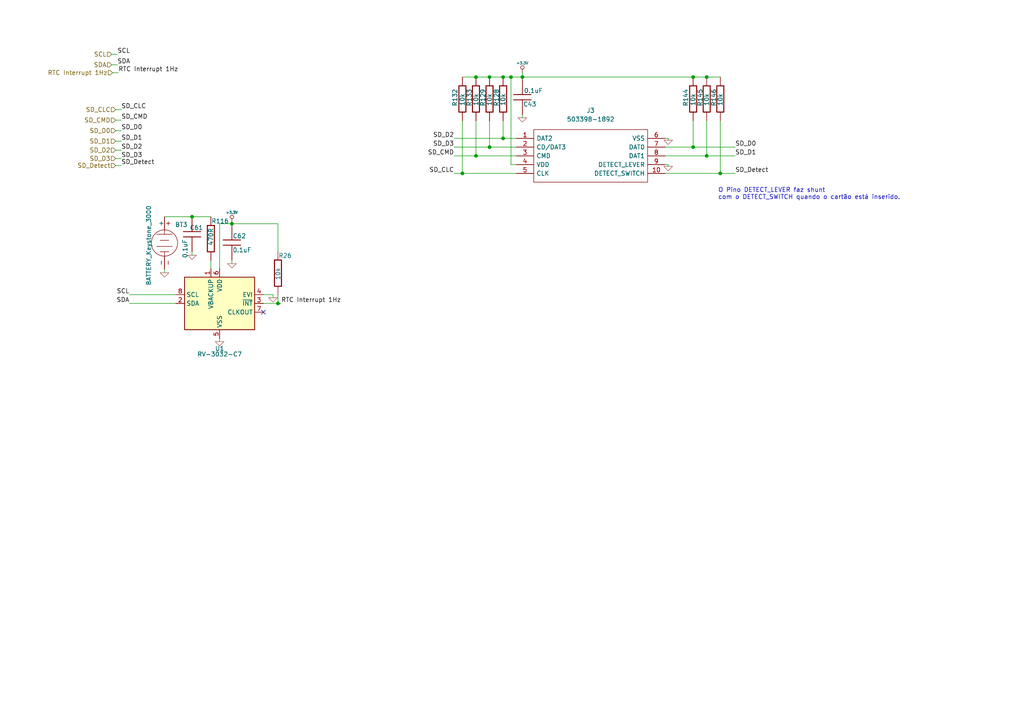
<source format=kicad_sch>
(kicad_sch
	(version 20231120)
	(generator "eeschema")
	(generator_version "8.0")
	(uuid "2e70a88a-044e-4818-b33f-e3f02b41630e")
	(paper "A4")
	(lib_symbols
		(symbol "ESPulse-rescue:+3.3V-power"
			(power)
			(pin_names
				(offset 0)
			)
			(exclude_from_sim no)
			(in_bom yes)
			(on_board yes)
			(property "Reference" "#PWR"
				(at 0 -1.016 0)
				(effects
					(font
						(size 0.762 0.762)
					)
					(hide yes)
				)
			)
			(property "Value" "+3.3V-power"
				(at 0 2.794 0)
				(effects
					(font
						(size 0.762 0.762)
					)
				)
			)
			(property "Footprint" ""
				(at 0 0 0)
				(effects
					(font
						(size 1.524 1.524)
					)
				)
			)
			(property "Datasheet" ""
				(at 0 0 0)
				(effects
					(font
						(size 1.524 1.524)
					)
				)
			)
			(property "Description" ""
				(at 0 0 0)
				(effects
					(font
						(size 1.27 1.27)
					)
					(hide yes)
				)
			)
			(symbol "+3.3V-power_0_0"
				(pin power_in line
					(at 0 0 90)
					(length 0) hide
					(name "+3.3V"
						(effects
							(font
								(size 0.762 0.762)
							)
						)
					)
					(number "1"
						(effects
							(font
								(size 0.762 0.762)
							)
						)
					)
				)
			)
			(symbol "+3.3V-power_0_1"
				(polyline
					(pts
						(xy 0 0) (xy 0 1.016) (xy 0 1.016)
					)
					(stroke
						(width 0)
						(type default)
					)
					(fill
						(type none)
					)
				)
				(circle
					(center 0 1.524)
					(radius 0.508)
					(stroke
						(width 0)
						(type default)
					)
					(fill
						(type none)
					)
				)
			)
		)
		(symbol "ESPulse-rescue:BATTERY_Keystone_3000-lsts-conn"
			(pin_names
				(offset 0)
			)
			(exclude_from_sim no)
			(in_bom yes)
			(on_board yes)
			(property "Reference" "BT"
				(at 0 5.08 0)
				(effects
					(font
						(size 1.27 1.27)
					)
				)
			)
			(property "Value" "BATTERY_Keystone_3000-lsts-conn"
				(at 0 -4.826 0)
				(effects
					(font
						(size 1.27 1.27)
					)
				)
			)
			(property "Footprint" ""
				(at 0 0 0)
				(effects
					(font
						(size 1.524 1.524)
					)
				)
			)
			(property "Datasheet" ""
				(at 0 0 0)
				(effects
					(font
						(size 1.524 1.524)
					)
				)
			)
			(property "Description" ""
				(at 0 0 0)
				(effects
					(font
						(size 1.27 1.27)
					)
					(hide yes)
				)
			)
			(symbol "BATTERY_Keystone_3000-lsts-conn_0_1"
				(polyline
					(pts
						(xy -2.54 0) (xy -3.81 0)
					)
					(stroke
						(width 0)
						(type default)
					)
					(fill
						(type none)
					)
				)
				(polyline
					(pts
						(xy -2.54 2.286) (xy -2.54 -2.2606)
					)
					(stroke
						(width 0.1524)
						(type default)
					)
					(fill
						(type none)
					)
				)
				(polyline
					(pts
						(xy -0.7874 1.27) (xy -0.7874 -1.27)
					)
					(stroke
						(width 0.1524)
						(type default)
					)
					(fill
						(type none)
					)
				)
				(polyline
					(pts
						(xy 0.9906 2.286) (xy 0.9906 -2.2606)
					)
					(stroke
						(width 0.1524)
						(type default)
					)
					(fill
						(type none)
					)
				)
				(polyline
					(pts
						(xy 2.54 0) (xy 3.81 0)
					)
					(stroke
						(width 0)
						(type default)
					)
					(fill
						(type none)
					)
				)
				(polyline
					(pts
						(xy 2.54 1.27) (xy 2.54 -1.27)
					)
					(stroke
						(width 0.1524)
						(type default)
					)
					(fill
						(type none)
					)
				)
				(circle
					(center 0 0)
					(radius 3.81)
					(stroke
						(width 0.1524)
						(type default)
					)
					(fill
						(type none)
					)
				)
			)
			(symbol "BATTERY_Keystone_3000-lsts-conn_1_1"
				(pin passive line
					(at -7.62 0 0)
					(length 3.81)
					(name "+"
						(effects
							(font
								(size 1.27 1.27)
							)
						)
					)
					(number "+"
						(effects
							(font
								(size 1.27 1.27)
							)
						)
					)
				)
				(pin passive line
					(at 7.62 0 180)
					(length 3.81)
					(name "-"
						(effects
							(font
								(size 1.27 1.27)
							)
						)
					)
					(number "-"
						(effects
							(font
								(size 1.27 1.27)
							)
						)
					)
				)
			)
		)
		(symbol "ESPulse-rescue:C-lsts-passives"
			(pin_numbers hide)
			(pin_names
				(offset 0.254)
			)
			(exclude_from_sim no)
			(in_bom yes)
			(on_board yes)
			(property "Reference" "C"
				(at 1.27 2.54 0)
				(effects
					(font
						(size 1.27 1.27)
					)
					(justify left)
				)
			)
			(property "Value" "C-lsts-passives"
				(at 1.27 -2.54 0)
				(effects
					(font
						(size 1.27 1.27)
					)
					(justify left)
				)
			)
			(property "Footprint" ""
				(at 0 0 0)
				(effects
					(font
						(size 1.524 1.524)
					)
				)
			)
			(property "Datasheet" ""
				(at 0 0 0)
				(effects
					(font
						(size 1.524 1.524)
					)
				)
			)
			(property "Description" ""
				(at 0 0 0)
				(effects
					(font
						(size 1.27 1.27)
					)
					(hide yes)
				)
			)
			(property "ki_fp_filters" "C_*"
				(at 0 0 0)
				(effects
					(font
						(size 1.27 1.27)
					)
					(hide yes)
				)
			)
			(symbol "C-lsts-passives_0_1"
				(polyline
					(pts
						(xy -2.54 -0.762) (xy 2.54 -0.762)
					)
					(stroke
						(width 0.254)
						(type default)
					)
					(fill
						(type none)
					)
				)
				(polyline
					(pts
						(xy -2.54 0.762) (xy 2.54 0.762)
					)
					(stroke
						(width 0.254)
						(type default)
					)
					(fill
						(type none)
					)
				)
			)
			(symbol "C-lsts-passives_1_1"
				(pin passive line
					(at 0 5.08 270)
					(length 4.318)
					(name "~"
						(effects
							(font
								(size 1.016 1.016)
							)
						)
					)
					(number "1"
						(effects
							(font
								(size 1.016 1.016)
							)
						)
					)
				)
				(pin passive line
					(at 0 -5.08 90)
					(length 4.318)
					(name "~"
						(effects
							(font
								(size 1.016 1.016)
							)
						)
					)
					(number "2"
						(effects
							(font
								(size 1.016 1.016)
							)
						)
					)
				)
			)
		)
		(symbol "ESPulse-rescue:GND-power"
			(power)
			(pin_names
				(offset 0)
			)
			(exclude_from_sim no)
			(in_bom yes)
			(on_board yes)
			(property "Reference" "#PWR"
				(at 0 0 0)
				(effects
					(font
						(size 0.762 0.762)
					)
					(hide yes)
				)
			)
			(property "Value" "GND-power"
				(at 0 -1.778 0)
				(effects
					(font
						(size 0.762 0.762)
					)
					(hide yes)
				)
			)
			(property "Footprint" ""
				(at 0 0 0)
				(effects
					(font
						(size 1.524 1.524)
					)
				)
			)
			(property "Datasheet" ""
				(at 0 0 0)
				(effects
					(font
						(size 1.524 1.524)
					)
				)
			)
			(property "Description" ""
				(at 0 0 0)
				(effects
					(font
						(size 1.27 1.27)
					)
					(hide yes)
				)
			)
			(symbol "GND-power_0_1"
				(polyline
					(pts
						(xy -1.27 0) (xy 0 -1.27) (xy 1.27 0) (xy -1.27 0)
					)
					(stroke
						(width 0.1016)
						(type default)
					)
					(fill
						(type none)
					)
				)
			)
			(symbol "GND-power_1_1"
				(pin power_in line
					(at 0 0 90)
					(length 0) hide
					(name "GND"
						(effects
							(font
								(size 0.762 0.762)
							)
						)
					)
					(number "1"
						(effects
							(font
								(size 0.762 0.762)
							)
						)
					)
				)
			)
		)
		(symbol "ESPulse-rescue:R-lsts-passives"
			(pin_numbers hide)
			(pin_names
				(offset 0)
			)
			(exclude_from_sim no)
			(in_bom yes)
			(on_board yes)
			(property "Reference" "R"
				(at 2.032 0 90)
				(effects
					(font
						(size 1.27 1.27)
					)
				)
			)
			(property "Value" "R-lsts-passives"
				(at 0 0 90)
				(effects
					(font
						(size 1.27 1.27)
					)
				)
			)
			(property "Footprint" ""
				(at 0 0 0)
				(effects
					(font
						(size 1.524 1.524)
					)
				)
			)
			(property "Datasheet" ""
				(at 0 0 0)
				(effects
					(font
						(size 1.524 1.524)
					)
				)
			)
			(property "Description" ""
				(at 0 0 0)
				(effects
					(font
						(size 1.27 1.27)
					)
					(hide yes)
				)
			)
			(property "ki_fp_filters" "R_*"
				(at 0 0 0)
				(effects
					(font
						(size 1.27 1.27)
					)
					(hide yes)
				)
			)
			(symbol "R-lsts-passives_0_1"
				(rectangle
					(start -1.016 3.81)
					(end 1.016 -3.81)
					(stroke
						(width 0.3048)
						(type default)
					)
					(fill
						(type none)
					)
				)
			)
			(symbol "R-lsts-passives_1_1"
				(pin passive line
					(at 0 6.35 270)
					(length 2.54)
					(name "~"
						(effects
							(font
								(size 1.524 1.524)
							)
						)
					)
					(number "1"
						(effects
							(font
								(size 1.524 1.524)
							)
						)
					)
				)
				(pin passive line
					(at 0 -6.35 90)
					(length 2.54)
					(name "~"
						(effects
							(font
								(size 1.524 1.524)
							)
						)
					)
					(number "2"
						(effects
							(font
								(size 1.524 1.524)
							)
						)
					)
				)
			)
		)
		(symbol "ESPulse-rescue:RV-3032-C7-lsts-devices"
			(exclude_from_sim no)
			(in_bom yes)
			(on_board yes)
			(property "Reference" "U"
				(at -8.89 8.89 0)
				(effects
					(font
						(size 1.27 1.27)
					)
				)
			)
			(property "Value" "RV-3032-C7-lsts-devices"
				(at 7.62 8.89 0)
				(effects
					(font
						(size 1.27 1.27)
					)
				)
			)
			(property "Footprint" "lsts-devices:RV-3028-C7"
				(at 12.7 -8.89 0)
				(effects
					(font
						(size 1.27 1.27)
					)
					(hide yes)
				)
			)
			(property "Datasheet" ""
				(at 0 0 0)
				(effects
					(font
						(size 1.27 1.27)
					)
					(hide yes)
				)
			)
			(property "Description" ""
				(at 0 0 0)
				(effects
					(font
						(size 1.27 1.27)
					)
					(hide yes)
				)
			)
			(symbol "RV-3032-C7-lsts-devices_0_0"
				(pin unspecified line
					(at 12.7 -2.54 180)
					(length 2.54)
					(name "CLKOUT"
						(effects
							(font
								(size 1.27 1.27)
							)
						)
					)
					(number "7"
						(effects
							(font
								(size 1.27 1.27)
							)
						)
					)
				)
			)
			(symbol "RV-3032-C7-lsts-devices_0_1"
				(rectangle
					(start -10.16 7.62)
					(end 10.16 -7.62)
					(stroke
						(width 0.254)
						(type default)
					)
					(fill
						(type background)
					)
				)
			)
			(symbol "RV-3032-C7-lsts-devices_1_1"
				(pin power_in line
					(at -2.54 10.16 270)
					(length 2.54)
					(name "VBACKUP"
						(effects
							(font
								(size 1.27 1.27)
							)
						)
					)
					(number "1"
						(effects
							(font
								(size 1.27 1.27)
							)
						)
					)
				)
				(pin bidirectional line
					(at -12.7 0 0)
					(length 2.54)
					(name "SDA"
						(effects
							(font
								(size 1.27 1.27)
							)
						)
					)
					(number "2"
						(effects
							(font
								(size 1.27 1.27)
							)
						)
					)
				)
				(pin open_collector line
					(at 12.7 0 180)
					(length 2.54)
					(name "~{INT}"
						(effects
							(font
								(size 1.27 1.27)
							)
						)
					)
					(number "3"
						(effects
							(font
								(size 1.27 1.27)
							)
						)
					)
				)
				(pin input line
					(at 12.7 2.54 180)
					(length 2.54)
					(name "EVI"
						(effects
							(font
								(size 1.27 1.27)
							)
						)
					)
					(number "4"
						(effects
							(font
								(size 1.27 1.27)
							)
						)
					)
				)
				(pin power_in line
					(at 0 -10.16 90)
					(length 2.54)
					(name "VSS"
						(effects
							(font
								(size 1.27 1.27)
							)
						)
					)
					(number "5"
						(effects
							(font
								(size 1.27 1.27)
							)
						)
					)
				)
				(pin power_in line
					(at 0 10.16 270)
					(length 2.54)
					(name "VDD"
						(effects
							(font
								(size 1.27 1.27)
							)
						)
					)
					(number "6"
						(effects
							(font
								(size 1.27 1.27)
							)
						)
					)
				)
				(pin input line
					(at -12.7 2.54 0)
					(length 2.54)
					(name "SCL"
						(effects
							(font
								(size 1.27 1.27)
							)
						)
					)
					(number "8"
						(effects
							(font
								(size 1.27 1.27)
							)
						)
					)
				)
			)
		)
		(symbol "lsts-conn:503398-1892"
			(pin_names
				(offset 0.762)
			)
			(exclude_from_sim no)
			(in_bom yes)
			(on_board yes)
			(property "Reference" "J"
				(at 39.37 7.62 0)
				(effects
					(font
						(size 1.27 1.27)
					)
					(justify left)
				)
			)
			(property "Value" "503398-1892"
				(at -5.08 26.67 0)
				(effects
					(font
						(size 1.27 1.27)
					)
					(justify left)
				)
			)
			(property "Footprint" "503398-1892"
				(at -5.08 24.13 0)
				(effects
					(font
						(size 1.27 1.27)
					)
					(justify left)
					(hide yes)
				)
			)
			(property "Datasheet" "http://www.molex.com/webdocs/datasheets/pdf/en-us//5033981892_MEMORY_CARD_SOCKET.pdf"
				(at -5.08 21.59 0)
				(effects
					(font
						(size 1.27 1.27)
					)
					(justify left)
					(hide yes)
				)
			)
			(property "Description" "MicroSD SMT Push-Push 1.28mm height MicroSD SMT Push-Push 1.28mm height"
				(at -5.08 19.05 0)
				(effects
					(font
						(size 1.27 1.27)
					)
					(justify left)
					(hide yes)
				)
			)
			(property "Height" ""
				(at 39.37 -5.08 0)
				(effects
					(font
						(size 1.27 1.27)
					)
					(justify left)
					(hide yes)
				)
			)
			(property "Manufacturer_Name" "Molex"
				(at 39.37 -7.62 0)
				(effects
					(font
						(size 1.27 1.27)
					)
					(justify left)
					(hide yes)
				)
			)
			(property "Manufacturer_Part_Number" "503398-1892"
				(at -5.08 11.43 0)
				(effects
					(font
						(size 1.27 1.27)
					)
					(justify left)
					(hide yes)
				)
			)
			(property "Mouser Part Number" "538-503398-1892"
				(at -5.08 8.89 0)
				(effects
					(font
						(size 1.27 1.27)
					)
					(justify left)
					(hide yes)
				)
			)
			(property "Mouser Price/Stock" "https://www.mouser.co.uk/ProductDetail/Molex/503398-1892?qs=b0v8CoHHvSMxV%252BW12iKaSg%3D%3D"
				(at -5.08 6.35 0)
				(effects
					(font
						(size 1.27 1.27)
					)
					(justify left)
					(hide yes)
				)
			)
			(property "Arrow Part Number" ""
				(at 39.37 -17.78 0)
				(effects
					(font
						(size 1.27 1.27)
					)
					(justify left)
					(hide yes)
				)
			)
			(property "Arrow Price/Stock" ""
				(at 39.37 -20.32 0)
				(effects
					(font
						(size 1.27 1.27)
					)
					(justify left)
					(hide yes)
				)
			)
			(property "Mouser Testing Part Number" ""
				(at 39.37 -22.86 0)
				(effects
					(font
						(size 1.27 1.27)
					)
					(justify left)
					(hide yes)
				)
			)
			(property "Mouser Testing Price/Stock" ""
				(at 39.37 -25.4 0)
				(effects
					(font
						(size 1.27 1.27)
					)
					(justify left)
					(hide yes)
				)
			)
			(symbol "503398-1892_0_0"
				(pin passive line
					(at 0 0 0)
					(length 5.08)
					(name "DAT2"
						(effects
							(font
								(size 1.27 1.27)
							)
						)
					)
					(number "1"
						(effects
							(font
								(size 1.27 1.27)
							)
						)
					)
				)
				(pin passive line
					(at 43.18 -10.16 180)
					(length 5.08)
					(name "DETECT_SWITCH"
						(effects
							(font
								(size 1.27 1.27)
							)
						)
					)
					(number "10"
						(effects
							(font
								(size 1.27 1.27)
							)
						)
					)
				)
				(pin passive line
					(at 0 -2.54 0)
					(length 5.08)
					(name "CD/DAT3"
						(effects
							(font
								(size 1.27 1.27)
							)
						)
					)
					(number "2"
						(effects
							(font
								(size 1.27 1.27)
							)
						)
					)
				)
				(pin passive line
					(at 0 -5.08 0)
					(length 5.08)
					(name "CMD"
						(effects
							(font
								(size 1.27 1.27)
							)
						)
					)
					(number "3"
						(effects
							(font
								(size 1.27 1.27)
							)
						)
					)
				)
				(pin passive line
					(at 0 -7.62 0)
					(length 5.08)
					(name "VDD"
						(effects
							(font
								(size 1.27 1.27)
							)
						)
					)
					(number "4"
						(effects
							(font
								(size 1.27 1.27)
							)
						)
					)
				)
				(pin passive line
					(at 0 -10.16 0)
					(length 5.08)
					(name "CLK"
						(effects
							(font
								(size 1.27 1.27)
							)
						)
					)
					(number "5"
						(effects
							(font
								(size 1.27 1.27)
							)
						)
					)
				)
				(pin passive line
					(at 43.18 0 180)
					(length 5.08)
					(name "VSS"
						(effects
							(font
								(size 1.27 1.27)
							)
						)
					)
					(number "6"
						(effects
							(font
								(size 1.27 1.27)
							)
						)
					)
				)
				(pin passive line
					(at 43.18 -2.54 180)
					(length 5.08)
					(name "DAT0"
						(effects
							(font
								(size 1.27 1.27)
							)
						)
					)
					(number "7"
						(effects
							(font
								(size 1.27 1.27)
							)
						)
					)
				)
				(pin passive line
					(at 43.18 -5.08 180)
					(length 5.08)
					(name "DAT1"
						(effects
							(font
								(size 1.27 1.27)
							)
						)
					)
					(number "8"
						(effects
							(font
								(size 1.27 1.27)
							)
						)
					)
				)
				(pin passive line
					(at 43.18 -7.62 180)
					(length 5.08)
					(name "DETECT_LEVER"
						(effects
							(font
								(size 1.27 1.27)
							)
						)
					)
					(number "9"
						(effects
							(font
								(size 1.27 1.27)
							)
						)
					)
				)
			)
			(symbol "503398-1892_0_1"
				(polyline
					(pts
						(xy 5.08 2.54) (xy 38.1 2.54) (xy 38.1 -12.7) (xy 5.08 -12.7) (xy 5.08 2.54)
					)
					(stroke
						(width 0.1524)
						(type default)
					)
					(fill
						(type none)
					)
				)
			)
		)
		(symbol "lsts-passives:C"
			(pin_numbers hide)
			(pin_names
				(offset 0.254)
			)
			(exclude_from_sim no)
			(in_bom yes)
			(on_board yes)
			(property "Reference" "C"
				(at 1.27 2.54 0)
				(effects
					(font
						(size 1.27 1.27)
					)
					(justify left)
				)
			)
			(property "Value" "C"
				(at 1.27 -2.54 0)
				(effects
					(font
						(size 1.27 1.27)
					)
					(justify left)
				)
			)
			(property "Footprint" ""
				(at 0 0 0)
				(effects
					(font
						(size 1.524 1.524)
					)
				)
			)
			(property "Datasheet" ""
				(at 0 0 0)
				(effects
					(font
						(size 1.524 1.524)
					)
				)
			)
			(property "Description" ""
				(at 0 0 0)
				(effects
					(font
						(size 1.27 1.27)
					)
					(hide yes)
				)
			)
			(property "ki_fp_filters" "C_*"
				(at 0 0 0)
				(effects
					(font
						(size 1.27 1.27)
					)
					(hide yes)
				)
			)
			(symbol "C_0_1"
				(polyline
					(pts
						(xy -2.54 -0.762) (xy 2.54 -0.762)
					)
					(stroke
						(width 0.254)
						(type default)
					)
					(fill
						(type none)
					)
				)
				(polyline
					(pts
						(xy -2.54 0.762) (xy 2.54 0.762)
					)
					(stroke
						(width 0.254)
						(type default)
					)
					(fill
						(type none)
					)
				)
			)
			(symbol "C_1_1"
				(pin passive line
					(at 0 5.08 270)
					(length 4.318)
					(name "~"
						(effects
							(font
								(size 1.016 1.016)
							)
						)
					)
					(number "1"
						(effects
							(font
								(size 1.016 1.016)
							)
						)
					)
				)
				(pin passive line
					(at 0 -5.08 90)
					(length 4.318)
					(name "~"
						(effects
							(font
								(size 1.016 1.016)
							)
						)
					)
					(number "2"
						(effects
							(font
								(size 1.016 1.016)
							)
						)
					)
				)
			)
		)
		(symbol "power:GND"
			(power)
			(pin_names
				(offset 0)
			)
			(exclude_from_sim no)
			(in_bom yes)
			(on_board yes)
			(property "Reference" "#PWR"
				(at 0 0 0)
				(effects
					(font
						(size 0.762 0.762)
					)
					(hide yes)
				)
			)
			(property "Value" "GND"
				(at 0 -1.778 0)
				(effects
					(font
						(size 0.762 0.762)
					)
					(hide yes)
				)
			)
			(property "Footprint" ""
				(at 0 0 0)
				(effects
					(font
						(size 1.524 1.524)
					)
				)
			)
			(property "Datasheet" ""
				(at 0 0 0)
				(effects
					(font
						(size 1.524 1.524)
					)
				)
			)
			(property "Description" ""
				(at 0 0 0)
				(effects
					(font
						(size 1.27 1.27)
					)
					(hide yes)
				)
			)
			(symbol "GND_0_1"
				(polyline
					(pts
						(xy -1.27 0) (xy 0 -1.27) (xy 1.27 0) (xy -1.27 0)
					)
					(stroke
						(width 0.1016)
						(type default)
					)
					(fill
						(type none)
					)
				)
			)
			(symbol "GND_1_1"
				(pin power_in line
					(at 0 0 90)
					(length 0) hide
					(name "GND"
						(effects
							(font
								(size 0.762 0.762)
							)
						)
					)
					(number "1"
						(effects
							(font
								(size 0.762 0.762)
							)
						)
					)
				)
			)
		)
	)
	(junction
		(at 80.6196 88.011)
		(diameter 0)
		(color 0 0 0 0)
		(uuid "0477e2db-30f0-4496-a2df-66b2f8966e2b")
	)
	(junction
		(at 151.511 22.352)
		(diameter 0)
		(color 0 0 0 0)
		(uuid "18ce0033-5753-4c84-b3d9-5b8464001946")
	)
	(junction
		(at 67.2592 64.897)
		(diameter 0)
		(color 0 0 0 0)
		(uuid "1c4126ba-ffe4-4322-b50b-610e33541f1a")
	)
	(junction
		(at 148.209 22.352)
		(diameter 0)
		(color 0 0 0 0)
		(uuid "21f29d6f-61ca-4017-890a-71dc851ed7ca")
	)
	(junction
		(at 138.049 45.212)
		(diameter 0)
		(color 0 0 0 0)
		(uuid "435f5b77-b0de-43ee-9612-8c74b4cbae46")
	)
	(junction
		(at 204.978 45.212)
		(diameter 0)
		(color 0 0 0 0)
		(uuid "44c83709-3142-46d6-951f-f6ccb9820ab5")
	)
	(junction
		(at 141.986 42.672)
		(diameter 0)
		(color 0 0 0 0)
		(uuid "45d82cbc-bfe5-4bde-9d9c-a849ff030e2b")
	)
	(junction
		(at 55.7022 62.865)
		(diameter 0)
		(color 0 0 0 0)
		(uuid "618c60e7-4af9-4f40-aaf5-db6a8921f176")
	)
	(junction
		(at 201.041 42.672)
		(diameter 0)
		(color 0 0 0 0)
		(uuid "6ac8e9c8-0b11-48bc-8366-2314e9dd508e")
	)
	(junction
		(at 204.978 22.352)
		(diameter 0)
		(color 0 0 0 0)
		(uuid "6c62b6db-d07f-4596-9b61-9329640bd510")
	)
	(junction
		(at 145.923 22.352)
		(diameter 0)
		(color 0 0 0 0)
		(uuid "796a6e49-31ab-41f6-8bac-48cbec63df96")
	)
	(junction
		(at 134.112 50.292)
		(diameter 0)
		(color 0 0 0 0)
		(uuid "aae3bbd9-a118-4ff9-82de-a3f9e0094314")
	)
	(junction
		(at 138.049 22.352)
		(diameter 0)
		(color 0 0 0 0)
		(uuid "ae951563-7181-45d4-8564-20a0193d39e9")
	)
	(junction
		(at 145.923 40.132)
		(diameter 0)
		(color 0 0 0 0)
		(uuid "d51e98f2-2f9c-42e8-a347-1c28c136e3cf")
	)
	(junction
		(at 208.915 50.292)
		(diameter 0)
		(color 0 0 0 0)
		(uuid "dc9c33c2-9417-4bf0-8cfa-7c513f71de51")
	)
	(junction
		(at 141.986 22.352)
		(diameter 0)
		(color 0 0 0 0)
		(uuid "ed640260-23e6-4096-9253-29b5153a0f36")
	)
	(junction
		(at 201.041 22.352)
		(diameter 0)
		(color 0 0 0 0)
		(uuid "f56db400-46a0-4d00-8835-a9906aad67b6")
	)
	(no_connect
		(at 76.4032 90.551)
		(uuid "eb434982-c7bb-4c44-8aea-2d647304e0df")
	)
	(wire
		(pts
			(xy 47.7012 62.865) (xy 55.7022 62.865)
		)
		(stroke
			(width 0)
			(type default)
		)
		(uuid "036e08cf-cb01-4ed3-a4e1-495fa1e78114")
	)
	(wire
		(pts
			(xy 192.913 42.672) (xy 201.041 42.672)
		)
		(stroke
			(width 0)
			(type default)
		)
		(uuid "0ac8fa8e-b79f-4baa-9d1b-59ffc4b105d5")
	)
	(wire
		(pts
			(xy 192.913 45.212) (xy 204.978 45.212)
		)
		(stroke
			(width 0)
			(type default)
		)
		(uuid "0cf9019e-00af-4a03-9f0d-b1bbace298f5")
	)
	(wire
		(pts
			(xy 134.112 22.352) (xy 138.049 22.352)
		)
		(stroke
			(width 0)
			(type default)
		)
		(uuid "128331cf-6b8d-4936-8e28-520282419913")
	)
	(wire
		(pts
			(xy 67.2592 64.897) (xy 80.6196 64.897)
		)
		(stroke
			(width 0)
			(type default)
		)
		(uuid "13d6ceb4-cafd-465a-bec4-cb20a4ee76cf")
	)
	(wire
		(pts
			(xy 61.1632 75.565) (xy 61.1632 77.851)
		)
		(stroke
			(width 0)
			(type default)
		)
		(uuid "15e74738-ad48-4077-a733-04da167a6b2a")
	)
	(wire
		(pts
			(xy 149.733 40.132) (xy 145.923 40.132)
		)
		(stroke
			(width 0)
			(type default)
		)
		(uuid "1750de77-b0c6-4726-b252-09a9aa67c0df")
	)
	(wire
		(pts
			(xy 131.699 42.672) (xy 141.986 42.672)
		)
		(stroke
			(width 0)
			(type default)
		)
		(uuid "19771730-2636-48a0-a9e1-4cd9e005d6b8")
	)
	(wire
		(pts
			(xy 148.209 22.352) (xy 151.511 22.352)
		)
		(stroke
			(width 0)
			(type default)
		)
		(uuid "1aaf6026-dd37-4f84-a8b3-8a453bdadfe5")
	)
	(wire
		(pts
			(xy 34.036 15.748) (xy 32.385 15.748)
		)
		(stroke
			(width 0)
			(type default)
		)
		(uuid "1d182943-aae8-4b6e-8127-e26af4108642")
	)
	(wire
		(pts
			(xy 79.1972 86.36) (xy 79.1972 85.471)
		)
		(stroke
			(width 0)
			(type default)
		)
		(uuid "2093c90a-fe5e-400e-8de4-935ee382875e")
	)
	(wire
		(pts
			(xy 151.511 22.352) (xy 201.041 22.352)
		)
		(stroke
			(width 0)
			(type default)
		)
		(uuid "20bc1b36-f6f6-44e3-862e-f04655a1d4c5")
	)
	(wire
		(pts
			(xy 47.7012 78.105) (xy 47.7012 79.121)
		)
		(stroke
			(width 0)
			(type default)
		)
		(uuid "213bdb10-5c91-4f5f-a970-64b8759bbc61")
	)
	(wire
		(pts
			(xy 34.036 18.796) (xy 32.385 18.796)
		)
		(stroke
			(width 0)
			(type default)
		)
		(uuid "2210227e-e04e-41ce-b6e1-da515fcd1384")
	)
	(wire
		(pts
			(xy 204.978 45.212) (xy 204.978 35.052)
		)
		(stroke
			(width 0)
			(type default)
		)
		(uuid "22af0542-2763-4282-9e10-98a845d737fa")
	)
	(wire
		(pts
			(xy 55.7022 62.865) (xy 61.1632 62.865)
		)
		(stroke
			(width 0)
			(type default)
		)
		(uuid "271e0d98-07d2-44a4-a6b0-c9ca973db112")
	)
	(wire
		(pts
			(xy 79.1972 85.471) (xy 76.4032 85.471)
		)
		(stroke
			(width 0)
			(type default)
		)
		(uuid "2cf8e12b-e232-43d3-8f08-dba64470354b")
	)
	(wire
		(pts
			(xy 149.733 47.752) (xy 148.209 47.752)
		)
		(stroke
			(width 0)
			(type default)
		)
		(uuid "32f2e429-da1c-4157-883d-9651f91db535")
	)
	(wire
		(pts
			(xy 151.511 22.352) (xy 151.511 23.114)
		)
		(stroke
			(width 0)
			(type default)
		)
		(uuid "33e44d2c-a80a-44a3-85e4-33d68b0e1eb6")
	)
	(wire
		(pts
			(xy 131.699 40.132) (xy 145.923 40.132)
		)
		(stroke
			(width 0)
			(type default)
		)
		(uuid "357a6bc7-e997-4138-a503-c9e5b68ca833")
	)
	(wire
		(pts
			(xy 80.6196 85.5726) (xy 80.6196 88.011)
		)
		(stroke
			(width 0)
			(type default)
		)
		(uuid "35d53279-bdbe-4cff-831f-e7bfbabae33f")
	)
	(wire
		(pts
			(xy 192.913 50.292) (xy 208.915 50.292)
		)
		(stroke
			(width 0)
			(type default)
		)
		(uuid "3ffb153c-f4d7-49a8-b63a-2aa0716e7b1b")
	)
	(wire
		(pts
			(xy 35.179 40.9448) (xy 33.528 40.9448)
		)
		(stroke
			(width 0)
			(type default)
		)
		(uuid "40fd4e91-a35f-4224-8a99-8385e5d526c0")
	)
	(wire
		(pts
			(xy 131.699 45.212) (xy 138.049 45.212)
		)
		(stroke
			(width 0)
			(type default)
		)
		(uuid "45549409-d7e5-4b2d-9849-47596ad0f102")
	)
	(wire
		(pts
			(xy 145.923 22.352) (xy 148.209 22.352)
		)
		(stroke
			(width 0)
			(type default)
		)
		(uuid "4afd6b3d-9494-48f4-9023-38107c56eab1")
	)
	(wire
		(pts
			(xy 138.049 22.352) (xy 141.986 22.352)
		)
		(stroke
			(width 0)
			(type default)
		)
		(uuid "4dbf3b1a-d011-4711-a42b-0885cb07e745")
	)
	(wire
		(pts
			(xy 37.5412 85.471) (xy 51.0032 85.471)
		)
		(stroke
			(width 0)
			(type default)
		)
		(uuid "4fae1a29-3269-4201-96c5-94829a719d52")
	)
	(wire
		(pts
			(xy 192.913 40.132) (xy 193.802 40.132)
		)
		(stroke
			(width 0)
			(type default)
		)
		(uuid "54789530-4ff5-4cd6-b8b9-f1c0e2023eba")
	)
	(wire
		(pts
			(xy 141.986 22.352) (xy 145.923 22.352)
		)
		(stroke
			(width 0)
			(type default)
		)
		(uuid "5790b025-ac0c-49b7-8fc5-e688857da508")
	)
	(wire
		(pts
			(xy 55.7022 73.025) (xy 55.7022 74.041)
		)
		(stroke
			(width 0)
			(type default)
		)
		(uuid "64b43db3-46c2-4b19-b710-268d86f6b1e1")
	)
	(wire
		(pts
			(xy 149.733 50.292) (xy 134.112 50.292)
		)
		(stroke
			(width 0)
			(type default)
		)
		(uuid "6657154a-90bb-4cac-886f-b3d04aaa8e6a")
	)
	(wire
		(pts
			(xy 63.7032 99.06) (xy 63.7032 98.171)
		)
		(stroke
			(width 0)
			(type default)
		)
		(uuid "699960ff-2621-44f7-9fa8-dfa0f0a49f3f")
	)
	(wire
		(pts
			(xy 192.913 47.752) (xy 193.802 47.752)
		)
		(stroke
			(width 0)
			(type default)
		)
		(uuid "6afc23c8-0e4c-4a05-b8e1-5416f46e2de5")
	)
	(wire
		(pts
			(xy 67.2592 64.897) (xy 67.2592 65.278)
		)
		(stroke
			(width 0)
			(type default)
		)
		(uuid "6ed66d44-096f-42b1-8fa9-410392c2dc09")
	)
	(wire
		(pts
			(xy 35.179 48.006) (xy 33.528 48.006)
		)
		(stroke
			(width 0)
			(type default)
		)
		(uuid "6fd7c1ac-08a8-436f-9e80-f8e2f7c03de1")
	)
	(wire
		(pts
			(xy 208.915 50.292) (xy 213.233 50.292)
		)
		(stroke
			(width 0)
			(type default)
		)
		(uuid "7036b6c6-2f52-49d9-844a-c4c6a1a9bf57")
	)
	(wire
		(pts
			(xy 138.049 45.212) (xy 138.049 35.052)
		)
		(stroke
			(width 0)
			(type default)
		)
		(uuid "7548cc82-7ad7-4575-b43b-b104b813b6af")
	)
	(wire
		(pts
			(xy 35.179 31.8008) (xy 33.528 31.8008)
		)
		(stroke
			(width 0)
			(type default)
		)
		(uuid "756001e1-e8ae-46ad-bd8b-dae94a600c29")
	)
	(wire
		(pts
			(xy 80.6196 72.8726) (xy 80.6196 64.897)
		)
		(stroke
			(width 0)
			(type default)
		)
		(uuid "81aeb800-8185-4798-82c2-7b5eb7975578")
	)
	(wire
		(pts
			(xy 148.209 22.352) (xy 148.209 47.752)
		)
		(stroke
			(width 0)
			(type default)
		)
		(uuid "826e5306-90d4-4948-9213-6dcb7e921e10")
	)
	(wire
		(pts
			(xy 141.986 42.672) (xy 141.986 35.052)
		)
		(stroke
			(width 0)
			(type default)
		)
		(uuid "84d66190-73a3-447b-a756-9f97f58d3da8")
	)
	(wire
		(pts
			(xy 149.733 42.672) (xy 141.986 42.672)
		)
		(stroke
			(width 0)
			(type default)
		)
		(uuid "85910d36-d755-479c-a974-a87fab775380")
	)
	(wire
		(pts
			(xy 193.802 47.752) (xy 193.802 48.26)
		)
		(stroke
			(width 0)
			(type default)
		)
		(uuid "8597ddcb-309b-4225-ab66-ae35c9c25c05")
	)
	(wire
		(pts
			(xy 76.4032 88.011) (xy 80.6196 88.011)
		)
		(stroke
			(width 0)
			(type default)
		)
		(uuid "93e9f622-d929-4a81-b9f0-089279269b81")
	)
	(wire
		(pts
			(xy 35.179 34.8488) (xy 33.528 34.8488)
		)
		(stroke
			(width 0)
			(type default)
		)
		(uuid "95f9d6cf-d505-4457-a9a9-4e06569d5eb0")
	)
	(wire
		(pts
			(xy 208.915 50.292) (xy 208.915 35.052)
		)
		(stroke
			(width 0)
			(type default)
		)
		(uuid "9bc6ef3d-b6cd-44c3-af85-2ee25a0de357")
	)
	(wire
		(pts
			(xy 63.7032 64.897) (xy 67.2592 64.897)
		)
		(stroke
			(width 0)
			(type default)
		)
		(uuid "a0d7abbb-b456-4c9f-8f46-88bee4b918c2")
	)
	(wire
		(pts
			(xy 134.112 50.292) (xy 134.112 35.052)
		)
		(stroke
			(width 0)
			(type default)
		)
		(uuid "a3cde5dc-4d14-4f5d-b4be-cda720a1343d")
	)
	(wire
		(pts
			(xy 204.978 45.212) (xy 213.233 45.212)
		)
		(stroke
			(width 0)
			(type default)
		)
		(uuid "abbe9e0f-080f-4c8c-9548-d5156a917946")
	)
	(wire
		(pts
			(xy 201.041 22.352) (xy 204.978 22.352)
		)
		(stroke
			(width 0)
			(type default)
		)
		(uuid "b05c9799-c129-41d9-b3da-d4ff5a327559")
	)
	(wire
		(pts
			(xy 145.923 40.132) (xy 145.923 35.052)
		)
		(stroke
			(width 0)
			(type default)
		)
		(uuid "b1bdaae0-4393-410a-be05-e3e77e653b2a")
	)
	(wire
		(pts
			(xy 67.2592 64.4398) (xy 67.2592 64.897)
		)
		(stroke
			(width 0)
			(type default)
		)
		(uuid "b8ee9709-6deb-4ab4-9667-29addca728db")
	)
	(wire
		(pts
			(xy 201.041 42.672) (xy 201.041 35.052)
		)
		(stroke
			(width 0)
			(type default)
		)
		(uuid "c4810c99-86f0-4276-b98e-0744a65174f4")
	)
	(wire
		(pts
			(xy 80.6196 88.011) (xy 81.534 88.011)
		)
		(stroke
			(width 0)
			(type default)
		)
		(uuid "cc363b20-86b2-48b8-bbe5-9d3fbb96c671")
	)
	(wire
		(pts
			(xy 35.179 45.974) (xy 33.528 45.974)
		)
		(stroke
			(width 0)
			(type default)
		)
		(uuid "cff12cd2-4e7a-471a-a1a2-e756a7408ee6")
	)
	(wire
		(pts
			(xy 201.041 42.672) (xy 213.233 42.672)
		)
		(stroke
			(width 0)
			(type default)
		)
		(uuid "d0e670e3-b92a-4386-8070-4134333f0cac")
	)
	(wire
		(pts
			(xy 204.978 22.352) (xy 208.915 22.352)
		)
		(stroke
			(width 0)
			(type default)
		)
		(uuid "d68a1eaf-8249-45b1-a6b8-ef537d74fe29")
	)
	(wire
		(pts
			(xy 35.179 37.8968) (xy 33.528 37.8968)
		)
		(stroke
			(width 0)
			(type default)
		)
		(uuid "d98066dc-cc42-4d43-8333-c3ed12dbe683")
	)
	(wire
		(pts
			(xy 35.179 43.561) (xy 33.528 43.561)
		)
		(stroke
			(width 0)
			(type default)
		)
		(uuid "dc6580c9-cda2-4d4a-b08c-ba313d72cfbf")
	)
	(wire
		(pts
			(xy 63.7032 77.851) (xy 63.7032 64.897)
		)
		(stroke
			(width 0)
			(type default)
		)
		(uuid "e0657349-1de5-4417-b937-05b0f66f0415")
	)
	(wire
		(pts
			(xy 149.733 45.212) (xy 138.049 45.212)
		)
		(stroke
			(width 0)
			(type default)
		)
		(uuid "e5777a49-cf04-4a1b-b884-b011d6fff437")
	)
	(wire
		(pts
			(xy 151.511 21.082) (xy 151.511 22.352)
		)
		(stroke
			(width 0)
			(type default)
		)
		(uuid "eb635c13-363c-4e7d-b815-ac729f1f67dc")
	)
	(wire
		(pts
			(xy 151.511 33.274) (xy 151.511 34.163)
		)
		(stroke
			(width 0)
			(type default)
		)
		(uuid "ed233a3d-d9aa-4f61-ac69-3d7daf93df05")
	)
	(wire
		(pts
			(xy 193.802 40.132) (xy 193.802 40.64)
		)
		(stroke
			(width 0)
			(type default)
		)
		(uuid "f201fa72-44dd-4e70-96c8-4f97e7f10a91")
	)
	(wire
		(pts
			(xy 67.2592 76.454) (xy 67.2592 75.438)
		)
		(stroke
			(width 0)
			(type default)
		)
		(uuid "f6742e22-3683-471c-8cbe-c50669356fdb")
	)
	(wire
		(pts
			(xy 131.699 50.292) (xy 134.112 50.292)
		)
		(stroke
			(width 0)
			(type default)
		)
		(uuid "f990dcf0-d48f-4aff-b0b6-8236fa411739")
	)
	(wire
		(pts
			(xy 32.639 21.082) (xy 34.3154 21.082)
		)
		(stroke
			(width 0)
			(type default)
		)
		(uuid "fa559187-2157-40a9-bfe6-131ddad2a454")
	)
	(wire
		(pts
			(xy 37.5412 88.011) (xy 51.0032 88.011)
		)
		(stroke
			(width 0)
			(type default)
		)
		(uuid "fb5ff943-f2de-43ae-8a62-63f87a422f38")
	)
	(text "O Pino DETECT_LEVER faz shunt \ncom o DETECT_SWITCH quando o cartão está inserido."
		(exclude_from_sim no)
		(at 208.28 58.039 0)
		(effects
			(font
				(size 1.27 1.27)
			)
			(justify left bottom)
		)
		(uuid "bb90f56c-e0b4-48a2-8427-16b0e223cd80")
	)
	(label "SD_D0"
		(at 35.179 37.8968 0)
		(fields_autoplaced yes)
		(effects
			(font
				(size 1.27 1.27)
			)
			(justify left bottom)
		)
		(uuid "08cf03fb-f75c-43f5-b662-b45a0fe3e7f9")
	)
	(label "RTC Interrupt 1Hz"
		(at 34.3154 21.082 0)
		(fields_autoplaced yes)
		(effects
			(font
				(size 1.27 1.27)
			)
			(justify left bottom)
		)
		(uuid "1278dd5e-5070-47ef-9166-51c443ce7bee")
	)
	(label "SD_Detect"
		(at 35.179 48.006 0)
		(fields_autoplaced yes)
		(effects
			(font
				(size 1.27 1.27)
			)
			(justify left bottom)
		)
		(uuid "142ac3f7-10f8-4f73-9c6d-9d98ece119ef")
	)
	(label "SCL"
		(at 37.5412 85.471 180)
		(fields_autoplaced yes)
		(effects
			(font
				(size 1.27 1.27)
			)
			(justify right bottom)
		)
		(uuid "1758f376-ee9d-4aca-a0c8-eadf715455ed")
	)
	(label "SD_CMD"
		(at 131.699 45.212 180)
		(fields_autoplaced yes)
		(effects
			(font
				(size 1.27 1.27)
			)
			(justify right bottom)
		)
		(uuid "2d920727-7008-4e1b-b087-4ed92f0d0f0c")
	)
	(label "SD_D3"
		(at 35.179 45.974 0)
		(fields_autoplaced yes)
		(effects
			(font
				(size 1.27 1.27)
			)
			(justify left bottom)
		)
		(uuid "6b635bec-208d-4ce3-a330-b03356b1ea32")
	)
	(label "SCL"
		(at 34.036 15.748 0)
		(fields_autoplaced yes)
		(effects
			(font
				(size 1.27 1.27)
			)
			(justify left bottom)
		)
		(uuid "6bd37286-ff6f-4782-8843-2f71711a08d8")
	)
	(label "SD_D3"
		(at 131.699 42.672 180)
		(fields_autoplaced yes)
		(effects
			(font
				(size 1.27 1.27)
			)
			(justify right bottom)
		)
		(uuid "77853622-05a4-44d2-a410-9c29c6e90c7f")
	)
	(label "SD_D2"
		(at 35.179 43.561 0)
		(fields_autoplaced yes)
		(effects
			(font
				(size 1.27 1.27)
			)
			(justify left bottom)
		)
		(uuid "7b51fc74-6b3e-4033-bdc7-962ae9f01731")
	)
	(label "SD_Detect"
		(at 213.233 50.292 0)
		(fields_autoplaced yes)
		(effects
			(font
				(size 1.27 1.27)
			)
			(justify left bottom)
		)
		(uuid "8069f3a1-2abc-41a0-b98d-d6479767810d")
	)
	(label "SD_CMD"
		(at 35.179 34.8488 0)
		(fields_autoplaced yes)
		(effects
			(font
				(size 1.27 1.27)
			)
			(justify left bottom)
		)
		(uuid "a29ac34b-9024-4d8c-872d-42567d70bfcd")
	)
	(label "SDA"
		(at 37.5412 88.011 180)
		(fields_autoplaced yes)
		(effects
			(font
				(size 1.27 1.27)
			)
			(justify right bottom)
		)
		(uuid "a8eeed31-a42e-4873-82f0-b83883a65502")
	)
	(label "SD_D1"
		(at 35.179 40.9448 0)
		(fields_autoplaced yes)
		(effects
			(font
				(size 1.27 1.27)
			)
			(justify left bottom)
		)
		(uuid "b63dff1f-8f2c-4f1d-8fd2-468e50a546b5")
	)
	(label "SDA"
		(at 34.036 18.796 0)
		(fields_autoplaced yes)
		(effects
			(font
				(size 1.27 1.27)
			)
			(justify left bottom)
		)
		(uuid "c8688b64-5a43-42be-9761-be1fa4202d59")
	)
	(label "SD_D1"
		(at 213.233 45.212 0)
		(fields_autoplaced yes)
		(effects
			(font
				(size 1.27 1.27)
			)
			(justify left bottom)
		)
		(uuid "ccbbcc15-e62b-4a87-b1da-f721d03d7b5d")
	)
	(label "RTC Interrupt 1Hz"
		(at 81.534 88.011 0)
		(fields_autoplaced yes)
		(effects
			(font
				(size 1.27 1.27)
			)
			(justify left bottom)
		)
		(uuid "d078e1c9-aa59-47f9-8d1c-1cb59bf1878d")
	)
	(label "SD_D0"
		(at 213.233 42.672 0)
		(fields_autoplaced yes)
		(effects
			(font
				(size 1.27 1.27)
			)
			(justify left bottom)
		)
		(uuid "db43986a-5191-42d7-9e0b-ebfc767eded6")
	)
	(label "SD_CLC"
		(at 35.179 31.8008 0)
		(fields_autoplaced yes)
		(effects
			(font
				(size 1.27 1.27)
			)
			(justify left bottom)
		)
		(uuid "e3713f43-781a-4e3c-a9fb-7559b18343c6")
	)
	(label "SD_CLC"
		(at 131.699 50.292 180)
		(fields_autoplaced yes)
		(effects
			(font
				(size 1.27 1.27)
			)
			(justify right bottom)
		)
		(uuid "ee645522-39f5-4f40-881d-560abb099be9")
	)
	(label "SD_D2"
		(at 131.699 40.132 180)
		(fields_autoplaced yes)
		(effects
			(font
				(size 1.27 1.27)
			)
			(justify right bottom)
		)
		(uuid "f5fe3019-3937-49e7-9409-4d1b872b6fb9")
	)
	(hierarchical_label "SD_D2"
		(shape input)
		(at 33.528 43.561 180)
		(fields_autoplaced yes)
		(effects
			(font
				(size 1.27 1.27)
			)
			(justify right)
		)
		(uuid "0789cb0a-1fad-444a-8449-bade6e4cc206")
	)
	(hierarchical_label "RTC Interrupt 1Hz"
		(shape input)
		(at 32.639 21.082 180)
		(fields_autoplaced yes)
		(effects
			(font
				(size 1.27 1.27)
			)
			(justify right)
		)
		(uuid "39e4440c-a586-4203-abff-eedc0260c3a5")
	)
	(hierarchical_label "SD_CMD"
		(shape input)
		(at 33.528 34.8488 180)
		(fields_autoplaced yes)
		(effects
			(font
				(size 1.27 1.27)
			)
			(justify right)
		)
		(uuid "55a58fa6-f1e7-4805-85f4-38227d87c831")
	)
	(hierarchical_label "SD_D3"
		(shape input)
		(at 33.528 45.974 180)
		(fields_autoplaced yes)
		(effects
			(font
				(size 1.27 1.27)
			)
			(justify right)
		)
		(uuid "77105349-7db1-403d-88c1-9d878c3aee1e")
	)
	(hierarchical_label "SD_D0"
		(shape input)
		(at 33.528 37.8968 180)
		(fields_autoplaced yes)
		(effects
			(font
				(size 1.27 1.27)
			)
			(justify right)
		)
		(uuid "837270ca-6736-4a81-8914-27a469772990")
	)
	(hierarchical_label "SD_CLC"
		(shape input)
		(at 33.528 31.8008 180)
		(fields_autoplaced yes)
		(effects
			(font
				(size 1.27 1.27)
			)
			(justify right)
		)
		(uuid "84d94005-e84c-4f01-bd44-a435c35f655a")
	)
	(hierarchical_label "SD_D1"
		(shape input)
		(at 33.528 40.9448 180)
		(fields_autoplaced yes)
		(effects
			(font
				(size 1.27 1.27)
			)
			(justify right)
		)
		(uuid "84ed12f5-53f7-4369-bec5-0919b49f4e89")
	)
	(hierarchical_label "SCL"
		(shape input)
		(at 32.385 15.748 180)
		(fields_autoplaced yes)
		(effects
			(font
				(size 1.27 1.27)
			)
			(justify right)
		)
		(uuid "b3e0556c-0c12-4bf4-bbfa-070cddaca187")
	)
	(hierarchical_label "SD_Detect"
		(shape input)
		(at 33.528 48.006 180)
		(fields_autoplaced yes)
		(effects
			(font
				(size 1.27 1.27)
			)
			(justify right)
		)
		(uuid "be4dbe98-43dd-46a3-8182-b1fc274aff0b")
	)
	(hierarchical_label "SDA"
		(shape input)
		(at 32.385 18.796 180)
		(fields_autoplaced yes)
		(effects
			(font
				(size 1.27 1.27)
			)
			(justify right)
		)
		(uuid "e966c060-2c64-49a7-85bc-d185238686e2")
	)
	(symbol
		(lib_id "ESPulse-rescue:C-lsts-passives")
		(at 67.2592 70.358 180)
		(unit 1)
		(exclude_from_sim no)
		(in_bom yes)
		(on_board yes)
		(dnp no)
		(uuid "00000000-0000-0000-0000-000061ac3580")
		(property "Reference" "C62"
			(at 69.4182 68.453 0)
			(effects
				(font
					(size 1.27 1.27)
				)
			)
		)
		(property "Value" "0.1uF"
			(at 70.1802 72.517 0)
			(effects
				(font
					(size 1.27 1.27)
				)
			)
		)
		(property "Footprint" "lsts-passives:C_0603"
			(at 67.2592 70.358 0)
			(effects
				(font
					(size 1.524 1.524)
				)
				(hide yes)
			)
		)
		(property "Datasheet" ""
			(at 67.2592 70.358 0)
			(effects
				(font
					(size 1.524 1.524)
				)
			)
		)
		(property "Description" ""
			(at 67.2592 70.358 0)
			(effects
				(font
					(size 1.27 1.27)
				)
				(hide yes)
			)
		)
		(pin "1"
			(uuid "991c40f4-4a75-47ce-a75e-aec8d6e7ddbd")
		)
		(pin "2"
			(uuid "c6e496a6-d684-42f3-842e-e156c16a8a58")
		)
		(instances
			(project "ESPulse"
				(path "/a7db1c9d-2391-4a58-9d8c-8aec4b83e415/00000000-0000-0000-0000-000062a21771"
					(reference "C62")
					(unit 1)
				)
			)
		)
	)
	(symbol
		(lib_id "ESPulse-rescue:RV-3032-C7-lsts-devices")
		(at 63.7032 88.011 0)
		(unit 1)
		(exclude_from_sim no)
		(in_bom yes)
		(on_board yes)
		(dnp no)
		(uuid "00000000-0000-0000-0000-000061c15736")
		(property "Reference" "U1"
			(at 63.7032 101.092 0)
			(effects
				(font
					(size 1.27 1.27)
				)
			)
		)
		(property "Value" "RV-3032-C7"
			(at 63.7032 102.743 0)
			(effects
				(font
					(size 1.27 1.27)
				)
			)
		)
		(property "Footprint" "lsts-devices:RV-3028-C7"
			(at 76.4032 96.901 0)
			(effects
				(font
					(size 1.27 1.27)
				)
				(hide yes)
			)
		)
		(property "Datasheet" "https://www.microcrystal.com/fileadmin/Media/Products/RTC/App.Manual/RV-3032-C7_App-Manual.pdf"
			(at 63.7032 88.011 0)
			(effects
				(font
					(size 1.27 1.27)
				)
				(hide yes)
			)
		)
		(property "Description" ""
			(at 63.7032 88.011 0)
			(effects
				(font
					(size 1.27 1.27)
				)
				(hide yes)
			)
		)
		(pin "7"
			(uuid "7d684575-337a-440e-8853-35a1c2589f89")
		)
		(pin "1"
			(uuid "5c603e97-2923-4c87-b7ec-31ea63d661bc")
		)
		(pin "2"
			(uuid "a7b9a610-b3e2-454f-a89b-48758ce66dbf")
		)
		(pin "3"
			(uuid "bf7019a6-12d9-44ae-b908-5692af67bb1e")
		)
		(pin "4"
			(uuid "fba3a4ee-4d4a-429e-a943-9ace03861f7f")
		)
		(pin "5"
			(uuid "c0c80c69-294b-4046-b862-bfd24de1ff44")
		)
		(pin "6"
			(uuid "45d3dfe8-88ba-40e0-af26-7b8011146fa9")
		)
		(pin "8"
			(uuid "9bd4d272-065b-4847-9314-605b7cc819d2")
		)
		(instances
			(project "ESPulse"
				(path "/a7db1c9d-2391-4a58-9d8c-8aec4b83e415/00000000-0000-0000-0000-000062a21771"
					(reference "U1")
					(unit 1)
				)
			)
		)
	)
	(symbol
		(lib_id "ESPulse-rescue:GND-power")
		(at 63.7032 99.06 0)
		(unit 1)
		(exclude_from_sim no)
		(in_bom yes)
		(on_board yes)
		(dnp no)
		(uuid "00000000-0000-0000-0000-000061c1ad11")
		(property "Reference" "#PWR0210"
			(at 63.7032 99.06 0)
			(effects
				(font
					(size 0.762 0.762)
				)
				(hide yes)
			)
		)
		(property "Value" "GND"
			(at 63.7032 100.838 0)
			(effects
				(font
					(size 0.762 0.762)
				)
				(hide yes)
			)
		)
		(property "Footprint" ""
			(at 63.7032 99.06 0)
			(effects
				(font
					(size 1.524 1.524)
				)
			)
		)
		(property "Datasheet" ""
			(at 63.7032 99.06 0)
			(effects
				(font
					(size 1.524 1.524)
				)
			)
		)
		(property "Description" ""
			(at 63.7032 99.06 0)
			(effects
				(font
					(size 1.27 1.27)
				)
				(hide yes)
			)
		)
		(pin "1"
			(uuid "700dcfe5-ac87-4498-bb1a-f58168b042c7")
		)
		(instances
			(project "ESPulse"
				(path "/a7db1c9d-2391-4a58-9d8c-8aec4b83e415/00000000-0000-0000-0000-000062a21771"
					(reference "#PWR0210")
					(unit 1)
				)
			)
		)
	)
	(symbol
		(lib_id "ESPulse-rescue:GND-power")
		(at 67.2592 76.454 0)
		(unit 1)
		(exclude_from_sim no)
		(in_bom yes)
		(on_board yes)
		(dnp no)
		(uuid "00000000-0000-0000-0000-000061c1e9bc")
		(property "Reference" "#PWR0211"
			(at 67.2592 76.454 0)
			(effects
				(font
					(size 0.762 0.762)
				)
				(hide yes)
			)
		)
		(property "Value" "GND"
			(at 67.2592 78.232 0)
			(effects
				(font
					(size 0.762 0.762)
				)
				(hide yes)
			)
		)
		(property "Footprint" ""
			(at 67.2592 76.454 0)
			(effects
				(font
					(size 1.524 1.524)
				)
			)
		)
		(property "Datasheet" ""
			(at 67.2592 76.454 0)
			(effects
				(font
					(size 1.524 1.524)
				)
			)
		)
		(property "Description" ""
			(at 67.2592 76.454 0)
			(effects
				(font
					(size 1.27 1.27)
				)
				(hide yes)
			)
		)
		(pin "1"
			(uuid "2db4720a-50ab-4e4a-aacf-e50dfb16d372")
		)
		(instances
			(project "ESPulse"
				(path "/a7db1c9d-2391-4a58-9d8c-8aec4b83e415/00000000-0000-0000-0000-000062a21771"
					(reference "#PWR0211")
					(unit 1)
				)
			)
		)
	)
	(symbol
		(lib_id "ESPulse-rescue:BATTERY_Keystone_3000-lsts-conn")
		(at 47.7012 70.485 270)
		(unit 1)
		(exclude_from_sim no)
		(in_bom yes)
		(on_board yes)
		(dnp no)
		(uuid "00000000-0000-0000-0000-000061c22ce7")
		(property "Reference" "BT3"
			(at 50.7492 65.151 90)
			(effects
				(font
					(size 1.27 1.27)
				)
				(justify left)
			)
		)
		(property "Value" "BATTERY_Keystone_3000"
			(at 43.1292 59.563 0)
			(effects
				(font
					(size 1.27 1.27)
				)
				(justify left)
			)
		)
		(property "Footprint" "lsts-devices:Keystone_3000_1x12mm-CoinCell"
			(at 47.7012 70.485 0)
			(effects
				(font
					(size 1.524 1.524)
				)
				(hide yes)
			)
		)
		(property "Datasheet" ""
			(at 47.7012 70.485 0)
			(effects
				(font
					(size 1.524 1.524)
				)
			)
		)
		(property "Description" ""
			(at 47.7012 70.485 0)
			(effects
				(font
					(size 1.27 1.27)
				)
				(hide yes)
			)
		)
		(pin "+"
			(uuid "9dec03a1-7d18-495a-8ac7-eeee86f2d257")
		)
		(pin "-"
			(uuid "ffb4b9e3-43cf-458e-8782-27e75febc1e4")
		)
		(instances
			(project "ESPulse"
				(path "/a7db1c9d-2391-4a58-9d8c-8aec4b83e415/00000000-0000-0000-0000-000062a21771"
					(reference "BT3")
					(unit 1)
				)
			)
		)
	)
	(symbol
		(lib_id "ESPulse-rescue:GND-power")
		(at 47.7012 79.121 0)
		(unit 1)
		(exclude_from_sim no)
		(in_bom yes)
		(on_board yes)
		(dnp no)
		(uuid "00000000-0000-0000-0000-000061c23c85")
		(property "Reference" "#PWR0212"
			(at 47.7012 79.121 0)
			(effects
				(font
					(size 0.762 0.762)
				)
				(hide yes)
			)
		)
		(property "Value" "GND"
			(at 47.7012 80.899 0)
			(effects
				(font
					(size 0.762 0.762)
				)
				(hide yes)
			)
		)
		(property "Footprint" ""
			(at 47.7012 79.121 0)
			(effects
				(font
					(size 1.524 1.524)
				)
			)
		)
		(property "Datasheet" ""
			(at 47.7012 79.121 0)
			(effects
				(font
					(size 1.524 1.524)
				)
			)
		)
		(property "Description" ""
			(at 47.7012 79.121 0)
			(effects
				(font
					(size 1.27 1.27)
				)
				(hide yes)
			)
		)
		(pin "1"
			(uuid "27cbb38f-cf15-4051-a15b-43def060cf25")
		)
		(instances
			(project "ESPulse"
				(path "/a7db1c9d-2391-4a58-9d8c-8aec4b83e415/00000000-0000-0000-0000-000062a21771"
					(reference "#PWR0212")
					(unit 1)
				)
			)
		)
	)
	(symbol
		(lib_id "ESPulse-rescue:C-lsts-passives")
		(at 55.7022 67.945 180)
		(unit 1)
		(exclude_from_sim no)
		(in_bom yes)
		(on_board yes)
		(dnp no)
		(uuid "00000000-0000-0000-0000-000061c25630")
		(property "Reference" "C61"
			(at 56.9722 66.04 0)
			(effects
				(font
					(size 1.27 1.27)
				)
			)
		)
		(property "Value" "0.1uF"
			(at 53.6702 72.136 90)
			(effects
				(font
					(size 1.27 1.27)
				)
			)
		)
		(property "Footprint" "lsts-passives:C_0603"
			(at 55.7022 67.945 0)
			(effects
				(font
					(size 1.524 1.524)
				)
				(hide yes)
			)
		)
		(property "Datasheet" ""
			(at 55.7022 67.945 0)
			(effects
				(font
					(size 1.524 1.524)
				)
			)
		)
		(property "Description" ""
			(at 55.7022 67.945 0)
			(effects
				(font
					(size 1.27 1.27)
				)
				(hide yes)
			)
		)
		(pin "1"
			(uuid "16bee816-d669-42a0-988e-4f90d6c362d8")
		)
		(pin "2"
			(uuid "55ccedd3-353e-4dd9-ba1e-965546e3c590")
		)
		(instances
			(project "ESPulse"
				(path "/a7db1c9d-2391-4a58-9d8c-8aec4b83e415/00000000-0000-0000-0000-000062a21771"
					(reference "C61")
					(unit 1)
				)
			)
		)
	)
	(symbol
		(lib_id "ESPulse-rescue:GND-power")
		(at 55.7022 74.041 0)
		(unit 1)
		(exclude_from_sim no)
		(in_bom yes)
		(on_board yes)
		(dnp no)
		(uuid "00000000-0000-0000-0000-000061c25cf1")
		(property "Reference" "#PWR0213"
			(at 55.7022 74.041 0)
			(effects
				(font
					(size 0.762 0.762)
				)
				(hide yes)
			)
		)
		(property "Value" "GND"
			(at 55.7022 75.819 0)
			(effects
				(font
					(size 0.762 0.762)
				)
				(hide yes)
			)
		)
		(property "Footprint" ""
			(at 55.7022 74.041 0)
			(effects
				(font
					(size 1.524 1.524)
				)
			)
		)
		(property "Datasheet" ""
			(at 55.7022 74.041 0)
			(effects
				(font
					(size 1.524 1.524)
				)
			)
		)
		(property "Description" ""
			(at 55.7022 74.041 0)
			(effects
				(font
					(size 1.27 1.27)
				)
				(hide yes)
			)
		)
		(pin "1"
			(uuid "67f82177-5c0f-4ccd-8e07-850ae957880c")
		)
		(instances
			(project "ESPulse"
				(path "/a7db1c9d-2391-4a58-9d8c-8aec4b83e415/00000000-0000-0000-0000-000062a21771"
					(reference "#PWR0213")
					(unit 1)
				)
			)
		)
	)
	(symbol
		(lib_id "ESPulse-rescue:R-lsts-passives")
		(at 61.1632 69.215 0)
		(unit 1)
		(exclude_from_sim no)
		(in_bom yes)
		(on_board yes)
		(dnp no)
		(uuid "00000000-0000-0000-0000-000061c27028")
		(property "Reference" "R116"
			(at 61.2902 64.135 0)
			(effects
				(font
					(size 1.27 1.27)
				)
				(justify left)
			)
		)
		(property "Value" "470R"
			(at 61.1632 71.247 90)
			(effects
				(font
					(size 1.27 1.27)
				)
				(justify left)
			)
		)
		(property "Footprint" "lsts-passives:R_0603"
			(at 61.1632 69.215 0)
			(effects
				(font
					(size 1.524 1.524)
				)
				(hide yes)
			)
		)
		(property "Datasheet" ""
			(at 61.1632 69.215 0)
			(effects
				(font
					(size 1.524 1.524)
				)
			)
		)
		(property "Description" ""
			(at 61.1632 69.215 0)
			(effects
				(font
					(size 1.27 1.27)
				)
				(hide yes)
			)
		)
		(pin "1"
			(uuid "85a73055-c6cb-457b-b7b8-0d95d2f61e55")
		)
		(pin "2"
			(uuid "0ca7c358-cb18-439f-b9fa-0065ecf32607")
		)
		(instances
			(project "ESPulse"
				(path "/a7db1c9d-2391-4a58-9d8c-8aec4b83e415/00000000-0000-0000-0000-000062a21771"
					(reference "R116")
					(unit 1)
				)
			)
		)
	)
	(symbol
		(lib_id "ESPulse-rescue:GND-power")
		(at 79.1972 86.36 0)
		(unit 1)
		(exclude_from_sim no)
		(in_bom yes)
		(on_board yes)
		(dnp no)
		(uuid "00000000-0000-0000-0000-000061d35e70")
		(property "Reference" "#PWR0214"
			(at 79.1972 86.36 0)
			(effects
				(font
					(size 0.762 0.762)
				)
				(hide yes)
			)
		)
		(property "Value" "GND"
			(at 79.1972 88.138 0)
			(effects
				(font
					(size 0.762 0.762)
				)
				(hide yes)
			)
		)
		(property "Footprint" ""
			(at 79.1972 86.36 0)
			(effects
				(font
					(size 1.524 1.524)
				)
			)
		)
		(property "Datasheet" ""
			(at 79.1972 86.36 0)
			(effects
				(font
					(size 1.524 1.524)
				)
			)
		)
		(property "Description" ""
			(at 79.1972 86.36 0)
			(effects
				(font
					(size 1.27 1.27)
				)
				(hide yes)
			)
		)
		(pin "1"
			(uuid "7b76e936-49e2-4050-ad1b-6abe7a002706")
		)
		(instances
			(project "ESPulse"
				(path "/a7db1c9d-2391-4a58-9d8c-8aec4b83e415/00000000-0000-0000-0000-000062a21771"
					(reference "#PWR0214")
					(unit 1)
				)
			)
		)
	)
	(symbol
		(lib_id "power:GND")
		(at 193.802 48.26 0)
		(unit 1)
		(exclude_from_sim no)
		(in_bom yes)
		(on_board yes)
		(dnp no)
		(uuid "095fcda4-1b6d-4bf9-850a-b01b1c9a5127")
		(property "Reference" "#PWR088"
			(at 193.802 48.26 0)
			(effects
				(font
					(size 0.762 0.762)
				)
				(hide yes)
			)
		)
		(property "Value" "GND"
			(at 193.802 50.038 0)
			(effects
				(font
					(size 0.762 0.762)
				)
				(hide yes)
			)
		)
		(property "Footprint" ""
			(at 193.802 48.26 0)
			(effects
				(font
					(size 1.524 1.524)
				)
			)
		)
		(property "Datasheet" ""
			(at 193.802 48.26 0)
			(effects
				(font
					(size 1.524 1.524)
				)
			)
		)
		(property "Description" ""
			(at 193.802 48.26 0)
			(effects
				(font
					(size 1.27 1.27)
				)
				(hide yes)
			)
		)
		(pin "1"
			(uuid "4a8345d5-12aa-4ea1-8816-f54251cb13e0")
		)
		(instances
			(project "ESPulse"
				(path "/a7db1c9d-2391-4a58-9d8c-8aec4b83e415/00000000-0000-0000-0000-000062a21771"
					(reference "#PWR088")
					(unit 1)
				)
			)
		)
	)
	(symbol
		(lib_id "ESPulse-rescue:R-lsts-passives")
		(at 201.041 28.702 0)
		(unit 1)
		(exclude_from_sim no)
		(in_bom yes)
		(on_board yes)
		(dnp no)
		(uuid "1765dbbf-944d-4092-bce2-e02e0d19322d")
		(property "Reference" "R144"
			(at 198.882 30.861 90)
			(effects
				(font
					(size 1.27 1.27)
				)
				(justify left)
			)
		)
		(property "Value" "10k"
			(at 201.041 30.734 90)
			(effects
				(font
					(size 1.27 1.27)
				)
				(justify left)
			)
		)
		(property "Footprint" "lsts-passives:R_0603"
			(at 201.041 28.702 0)
			(effects
				(font
					(size 1.524 1.524)
				)
				(hide yes)
			)
		)
		(property "Datasheet" ""
			(at 201.041 28.702 0)
			(effects
				(font
					(size 1.524 1.524)
				)
			)
		)
		(property "Description" ""
			(at 201.041 28.702 0)
			(effects
				(font
					(size 1.27 1.27)
				)
				(hide yes)
			)
		)
		(pin "1"
			(uuid "560b1282-6ee9-409a-b3a9-98a024fe38ac")
		)
		(pin "2"
			(uuid "f558d829-b70f-4a03-91c5-78860c903d58")
		)
		(instances
			(project "ESPulse"
				(path "/a7db1c9d-2391-4a58-9d8c-8aec4b83e415/00000000-0000-0000-0000-000062a21771"
					(reference "R144")
					(unit 1)
				)
			)
		)
	)
	(symbol
		(lib_id "ESPulse-rescue:+3.3V-power")
		(at 151.511 21.082 0)
		(unit 1)
		(exclude_from_sim no)
		(in_bom yes)
		(on_board yes)
		(dnp no)
		(uuid "40a066a3-5b86-4867-b7e4-0f35a3d56d06")
		(property "Reference" "#PWR0113"
			(at 151.511 22.098 0)
			(effects
				(font
					(size 0.762 0.762)
				)
				(hide yes)
			)
		)
		(property "Value" "+3.3V"
			(at 151.511 18.288 0)
			(effects
				(font
					(size 0.762 0.762)
				)
			)
		)
		(property "Footprint" ""
			(at 151.511 21.082 0)
			(effects
				(font
					(size 1.524 1.524)
				)
			)
		)
		(property "Datasheet" ""
			(at 151.511 21.082 0)
			(effects
				(font
					(size 1.524 1.524)
				)
			)
		)
		(property "Description" ""
			(at 151.511 21.082 0)
			(effects
				(font
					(size 1.27 1.27)
				)
				(hide yes)
			)
		)
		(pin "1"
			(uuid "b436b849-4041-42cb-8dbb-0226d640968b")
		)
		(instances
			(project "ESPulse"
				(path "/a7db1c9d-2391-4a58-9d8c-8aec4b83e415/00000000-0000-0000-0000-000062a21771"
					(reference "#PWR0113")
					(unit 1)
				)
			)
		)
	)
	(symbol
		(lib_id "lsts-conn:503398-1892")
		(at 149.733 40.132 0)
		(unit 1)
		(exclude_from_sim no)
		(in_bom yes)
		(on_board yes)
		(dnp no)
		(fields_autoplaced yes)
		(uuid "50195b8a-0082-42c4-b422-efa81cec7e2c")
		(property "Reference" "J3"
			(at 171.323 32.0548 0)
			(effects
				(font
					(size 1.27 1.27)
				)
			)
		)
		(property "Value" "503398-1892"
			(at 171.323 34.5948 0)
			(effects
				(font
					(size 1.27 1.27)
				)
			)
		)
		(property "Footprint" "lsts-conn:uSD_503398-1892"
			(at 144.653 16.002 0)
			(effects
				(font
					(size 1.27 1.27)
				)
				(justify left)
				(hide yes)
			)
		)
		(property "Datasheet" "http://www.molex.com/webdocs/datasheets/pdf/en-us//5033981892_MEMORY_CARD_SOCKET.pdf"
			(at 144.653 18.542 0)
			(effects
				(font
					(size 1.27 1.27)
				)
				(justify left)
				(hide yes)
			)
		)
		(property "Description" "MicroSD SMT Push-Push 1.28mm height MicroSD SMT Push-Push 1.28mm height"
			(at 144.653 21.082 0)
			(effects
				(font
					(size 1.27 1.27)
				)
				(justify left)
				(hide yes)
			)
		)
		(property "Height" ""
			(at 189.103 45.212 0)
			(effects
				(font
					(size 1.27 1.27)
				)
				(justify left)
				(hide yes)
			)
		)
		(property "Manufacturer_Name" "Molex"
			(at 189.103 47.752 0)
			(effects
				(font
					(size 1.27 1.27)
				)
				(justify left)
				(hide yes)
			)
		)
		(property "Manufacturer_Part_Number" "503398-1892"
			(at 144.653 28.702 0)
			(effects
				(font
					(size 1.27 1.27)
				)
				(justify left)
				(hide yes)
			)
		)
		(property "Mouser Part Number" "538-503398-1892"
			(at 144.653 31.242 0)
			(effects
				(font
					(size 1.27 1.27)
				)
				(justify left)
				(hide yes)
			)
		)
		(property "Mouser Price/Stock" "https://www.mouser.co.uk/ProductDetail/Molex/503398-1892?qs=b0v8CoHHvSMxV%252BW12iKaSg%3D%3D"
			(at 144.653 33.782 0)
			(effects
				(font
					(size 1.27 1.27)
				)
				(justify left)
				(hide yes)
			)
		)
		(property "Arrow Part Number" ""
			(at 189.103 57.912 0)
			(effects
				(font
					(size 1.27 1.27)
				)
				(justify left)
				(hide yes)
			)
		)
		(property "Arrow Price/Stock" ""
			(at 189.103 60.452 0)
			(effects
				(font
					(size 1.27 1.27)
				)
				(justify left)
				(hide yes)
			)
		)
		(property "Mouser Testing Part Number" ""
			(at 189.103 62.992 0)
			(effects
				(font
					(size 1.27 1.27)
				)
				(justify left)
				(hide yes)
			)
		)
		(property "Mouser Testing Price/Stock" ""
			(at 189.103 65.532 0)
			(effects
				(font
					(size 1.27 1.27)
				)
				(justify left)
				(hide yes)
			)
		)
		(pin "1"
			(uuid "6130951f-69c9-464d-bead-fa9a9d93a247")
		)
		(pin "10"
			(uuid "215f7f5f-e00d-454c-8618-91915afede40")
		)
		(pin "2"
			(uuid "0bf26f84-4a5c-4e66-80d7-c5a46aefb2b1")
		)
		(pin "3"
			(uuid "355b0f42-22e2-4d1a-943f-ae9d2af7f54a")
		)
		(pin "4"
			(uuid "be8e5193-79a3-46e9-90bf-313a6a280069")
		)
		(pin "5"
			(uuid "aa310f23-802e-433b-8f69-87ca9064cc95")
		)
		(pin "6"
			(uuid "2e2fd8a9-6bef-4634-9294-50b5ad32ec76")
		)
		(pin "7"
			(uuid "038348de-bbaf-4373-84ab-eec506e21d5b")
		)
		(pin "8"
			(uuid "da4d388c-8cc2-45c7-add7-0f295a63f5c3")
		)
		(pin "9"
			(uuid "f6464559-d6b4-44af-9734-f99827f16ec4")
		)
		(instances
			(project "ESPulse"
				(path "/a7db1c9d-2391-4a58-9d8c-8aec4b83e415/00000000-0000-0000-0000-000062a21771"
					(reference "J3")
					(unit 1)
				)
			)
		)
	)
	(symbol
		(lib_id "ESPulse-rescue:R-lsts-passives")
		(at 208.915 28.702 0)
		(unit 1)
		(exclude_from_sim no)
		(in_bom yes)
		(on_board yes)
		(dnp no)
		(uuid "581daa0d-cbab-4a81-ad01-1b99c4f0d5aa")
		(property "Reference" "R146"
			(at 207.01 30.861 90)
			(effects
				(font
					(size 1.27 1.27)
				)
				(justify left)
			)
		)
		(property "Value" "10k"
			(at 208.915 30.734 90)
			(effects
				(font
					(size 1.27 1.27)
				)
				(justify left)
			)
		)
		(property "Footprint" "lsts-passives:R_0603"
			(at 208.915 28.702 0)
			(effects
				(font
					(size 1.524 1.524)
				)
				(hide yes)
			)
		)
		(property "Datasheet" ""
			(at 208.915 28.702 0)
			(effects
				(font
					(size 1.524 1.524)
				)
			)
		)
		(property "Description" ""
			(at 208.915 28.702 0)
			(effects
				(font
					(size 1.27 1.27)
				)
				(hide yes)
			)
		)
		(pin "1"
			(uuid "451893a9-ab53-490c-a549-1d5a6a0d57fc")
		)
		(pin "2"
			(uuid "0668b80e-97dc-4050-b90c-0b099fcabf88")
		)
		(instances
			(project "ESPulse"
				(path "/a7db1c9d-2391-4a58-9d8c-8aec4b83e415/00000000-0000-0000-0000-000062a21771"
					(reference "R146")
					(unit 1)
				)
			)
		)
	)
	(symbol
		(lib_id "ESPulse-rescue:+3.3V-power")
		(at 67.2592 64.4398 0)
		(unit 1)
		(exclude_from_sim no)
		(in_bom yes)
		(on_board yes)
		(dnp no)
		(uuid "6c0c2e1e-b863-4621-8ab1-21ef95216b68")
		(property "Reference" "#PWR0117"
			(at 67.2592 65.4558 0)
			(effects
				(font
					(size 0.762 0.762)
				)
				(hide yes)
			)
		)
		(property "Value" "+3.3V"
			(at 67.2592 61.6458 0)
			(effects
				(font
					(size 0.762 0.762)
				)
			)
		)
		(property "Footprint" ""
			(at 67.2592 64.4398 0)
			(effects
				(font
					(size 1.524 1.524)
				)
			)
		)
		(property "Datasheet" ""
			(at 67.2592 64.4398 0)
			(effects
				(font
					(size 1.524 1.524)
				)
			)
		)
		(property "Description" ""
			(at 67.2592 64.4398 0)
			(effects
				(font
					(size 1.27 1.27)
				)
				(hide yes)
			)
		)
		(pin "1"
			(uuid "e31ec224-d4a6-40b4-80ff-dd607ef40415")
		)
		(instances
			(project "ESPulse"
				(path "/a7db1c9d-2391-4a58-9d8c-8aec4b83e415/00000000-0000-0000-0000-000062a21771"
					(reference "#PWR0117")
					(unit 1)
				)
			)
		)
	)
	(symbol
		(lib_id "ESPulse-rescue:R-lsts-passives")
		(at 141.986 28.702 0)
		(unit 1)
		(exclude_from_sim no)
		(in_bom yes)
		(on_board yes)
		(dnp no)
		(uuid "6e81ae91-30f1-4b8c-9ee5-2cfed1c20545")
		(property "Reference" "R129"
			(at 140.081 30.861 90)
			(effects
				(font
					(size 1.27 1.27)
				)
				(justify left)
			)
		)
		(property "Value" "10k"
			(at 141.986 30.734 90)
			(effects
				(font
					(size 1.27 1.27)
				)
				(justify left)
			)
		)
		(property "Footprint" "lsts-passives:R_0603"
			(at 141.986 28.702 0)
			(effects
				(font
					(size 1.524 1.524)
				)
				(hide yes)
			)
		)
		(property "Datasheet" ""
			(at 141.986 28.702 0)
			(effects
				(font
					(size 1.524 1.524)
				)
			)
		)
		(property "Description" ""
			(at 141.986 28.702 0)
			(effects
				(font
					(size 1.27 1.27)
				)
				(hide yes)
			)
		)
		(pin "1"
			(uuid "5e3218fd-0198-4345-80af-6152f2fcafa1")
		)
		(pin "2"
			(uuid "0d7183a4-f888-438b-ad35-a9f0a24ee9df")
		)
		(instances
			(project "ESPulse"
				(path "/a7db1c9d-2391-4a58-9d8c-8aec4b83e415/00000000-0000-0000-0000-000062a21771"
					(reference "R129")
					(unit 1)
				)
			)
		)
	)
	(symbol
		(lib_id "power:GND")
		(at 151.511 34.163 0)
		(unit 1)
		(exclude_from_sim no)
		(in_bom yes)
		(on_board yes)
		(dnp no)
		(uuid "71a45282-d862-44e1-809b-197287deaf28")
		(property "Reference" "#PWR083"
			(at 151.511 34.163 0)
			(effects
				(font
					(size 0.762 0.762)
				)
				(hide yes)
			)
		)
		(property "Value" "GND"
			(at 151.511 35.941 0)
			(effects
				(font
					(size 0.762 0.762)
				)
				(hide yes)
			)
		)
		(property "Footprint" ""
			(at 151.511 34.163 0)
			(effects
				(font
					(size 1.524 1.524)
				)
			)
		)
		(property "Datasheet" ""
			(at 151.511 34.163 0)
			(effects
				(font
					(size 1.524 1.524)
				)
			)
		)
		(property "Description" ""
			(at 151.511 34.163 0)
			(effects
				(font
					(size 1.27 1.27)
				)
				(hide yes)
			)
		)
		(pin "1"
			(uuid "c7fa5894-4272-4e33-804e-8c06d97857d5")
		)
		(instances
			(project "ESPulse"
				(path "/a7db1c9d-2391-4a58-9d8c-8aec4b83e415/00000000-0000-0000-0000-000062a21771"
					(reference "#PWR083")
					(unit 1)
				)
			)
		)
	)
	(symbol
		(lib_id "ESPulse-rescue:R-lsts-passives")
		(at 80.6196 79.2226 0)
		(unit 1)
		(exclude_from_sim no)
		(in_bom yes)
		(on_board yes)
		(dnp no)
		(uuid "7b63a5fa-9d05-46e1-bbbe-585d1a321ba6")
		(property "Reference" "R26"
			(at 80.7466 74.1426 0)
			(effects
				(font
					(size 1.27 1.27)
				)
				(justify left)
			)
		)
		(property "Value" "10k"
			(at 80.6196 81.2546 90)
			(effects
				(font
					(size 1.27 1.27)
				)
				(justify left)
			)
		)
		(property "Footprint" "lsts-passives:R_0603"
			(at 80.6196 79.2226 0)
			(effects
				(font
					(size 1.524 1.524)
				)
				(hide yes)
			)
		)
		(property "Datasheet" ""
			(at 80.6196 79.2226 0)
			(effects
				(font
					(size 1.524 1.524)
				)
			)
		)
		(property "Description" ""
			(at 80.6196 79.2226 0)
			(effects
				(font
					(size 1.27 1.27)
				)
				(hide yes)
			)
		)
		(pin "1"
			(uuid "d4ddbbfa-08d5-497a-ba56-c05e3d0acf5c")
		)
		(pin "2"
			(uuid "f257624f-2640-4f4f-a7e7-05e5a9b242f4")
		)
		(instances
			(project "ESPulse"
				(path "/a7db1c9d-2391-4a58-9d8c-8aec4b83e415/00000000-0000-0000-0000-000062a21771"
					(reference "R26")
					(unit 1)
				)
			)
		)
	)
	(symbol
		(lib_id "lsts-passives:C")
		(at 151.511 28.194 180)
		(unit 1)
		(exclude_from_sim no)
		(in_bom yes)
		(on_board yes)
		(dnp no)
		(uuid "88eaf8c7-091b-45cf-aea9-818da4a560fc")
		(property "Reference" "C43"
			(at 153.67 30.226 0)
			(effects
				(font
					(size 1.27 1.27)
				)
			)
		)
		(property "Value" "0.1uF"
			(at 154.686 26.289 0)
			(effects
				(font
					(size 1.27 1.27)
				)
			)
		)
		(property "Footprint" "lsts-passives:C_0603"
			(at 151.511 28.194 0)
			(effects
				(font
					(size 1.524 1.524)
				)
				(hide yes)
			)
		)
		(property "Datasheet" ""
			(at 151.511 28.194 0)
			(effects
				(font
					(size 1.524 1.524)
				)
			)
		)
		(property "Description" ""
			(at 151.511 28.194 0)
			(effects
				(font
					(size 1.27 1.27)
				)
				(hide yes)
			)
		)
		(pin "1"
			(uuid "75853a24-0517-4a58-9290-ea8e3feda67a")
		)
		(pin "2"
			(uuid "d42788bf-fffa-42e2-a39a-22ae260daa68")
		)
		(instances
			(project "ESPulse"
				(path "/a7db1c9d-2391-4a58-9d8c-8aec4b83e415/00000000-0000-0000-0000-000062a21771"
					(reference "C43")
					(unit 1)
				)
			)
		)
	)
	(symbol
		(lib_id "ESPulse-rescue:R-lsts-passives")
		(at 134.112 28.702 0)
		(unit 1)
		(exclude_from_sim no)
		(in_bom yes)
		(on_board yes)
		(dnp no)
		(uuid "9db72c61-92ea-46e3-b43b-f35537ef4288")
		(property "Reference" "R132"
			(at 131.953 30.861 90)
			(effects
				(font
					(size 1.27 1.27)
				)
				(justify left)
			)
		)
		(property "Value" "10k"
			(at 134.112 30.734 90)
			(effects
				(font
					(size 1.27 1.27)
				)
				(justify left)
			)
		)
		(property "Footprint" "lsts-passives:R_0603"
			(at 134.112 28.702 0)
			(effects
				(font
					(size 1.524 1.524)
				)
				(hide yes)
			)
		)
		(property "Datasheet" ""
			(at 134.112 28.702 0)
			(effects
				(font
					(size 1.524 1.524)
				)
			)
		)
		(property "Description" ""
			(at 134.112 28.702 0)
			(effects
				(font
					(size 1.27 1.27)
				)
				(hide yes)
			)
		)
		(pin "1"
			(uuid "5f47dec1-3e22-4193-8add-c5ae05c44628")
		)
		(pin "2"
			(uuid "84a60774-5181-4044-9596-7011b83806d6")
		)
		(instances
			(project "ESPulse"
				(path "/a7db1c9d-2391-4a58-9d8c-8aec4b83e415/00000000-0000-0000-0000-000062a21771"
					(reference "R132")
					(unit 1)
				)
			)
		)
	)
	(symbol
		(lib_id "power:GND")
		(at 193.802 40.64 0)
		(unit 1)
		(exclude_from_sim no)
		(in_bom yes)
		(on_board yes)
		(dnp no)
		(uuid "9f163a4b-a089-4978-9cbc-669c62840723")
		(property "Reference" "#PWR082"
			(at 193.802 40.64 0)
			(effects
				(font
					(size 0.762 0.762)
				)
				(hide yes)
			)
		)
		(property "Value" "GND"
			(at 193.802 42.418 0)
			(effects
				(font
					(size 0.762 0.762)
				)
				(hide yes)
			)
		)
		(property "Footprint" ""
			(at 193.802 40.64 0)
			(effects
				(font
					(size 1.524 1.524)
				)
			)
		)
		(property "Datasheet" ""
			(at 193.802 40.64 0)
			(effects
				(font
					(size 1.524 1.524)
				)
			)
		)
		(property "Description" ""
			(at 193.802 40.64 0)
			(effects
				(font
					(size 1.27 1.27)
				)
				(hide yes)
			)
		)
		(pin "1"
			(uuid "8b2ba65b-08b7-4a6d-82fe-70eaf6b5628f")
		)
		(instances
			(project "ESPulse"
				(path "/a7db1c9d-2391-4a58-9d8c-8aec4b83e415/00000000-0000-0000-0000-000062a21771"
					(reference "#PWR082")
					(unit 1)
				)
			)
		)
	)
	(symbol
		(lib_id "ESPulse-rescue:R-lsts-passives")
		(at 145.923 28.702 0)
		(unit 1)
		(exclude_from_sim no)
		(in_bom yes)
		(on_board yes)
		(dnp no)
		(uuid "a6433bc6-c1a8-4bb0-8c34-f8123dbf9ee8")
		(property "Reference" "R128"
			(at 144.018 30.861 90)
			(effects
				(font
					(size 1.27 1.27)
				)
				(justify left)
			)
		)
		(property "Value" "10k"
			(at 145.923 30.734 90)
			(effects
				(font
					(size 1.27 1.27)
				)
				(justify left)
			)
		)
		(property "Footprint" "lsts-passives:R_0603"
			(at 145.923 28.702 0)
			(effects
				(font
					(size 1.524 1.524)
				)
				(hide yes)
			)
		)
		(property "Datasheet" ""
			(at 145.923 28.702 0)
			(effects
				(font
					(size 1.524 1.524)
				)
			)
		)
		(property "Description" ""
			(at 145.923 28.702 0)
			(effects
				(font
					(size 1.27 1.27)
				)
				(hide yes)
			)
		)
		(pin "1"
			(uuid "abf88d8f-78e4-4fb5-8f68-14257741531c")
		)
		(pin "2"
			(uuid "362a7a1f-bd25-4f40-a0de-ee7855efe028")
		)
		(instances
			(project "ESPulse"
				(path "/a7db1c9d-2391-4a58-9d8c-8aec4b83e415/00000000-0000-0000-0000-000062a21771"
					(reference "R128")
					(unit 1)
				)
			)
		)
	)
	(symbol
		(lib_id "ESPulse-rescue:R-lsts-passives")
		(at 138.049 28.702 0)
		(unit 1)
		(exclude_from_sim no)
		(in_bom yes)
		(on_board yes)
		(dnp no)
		(uuid "e617d5f9-6071-48cf-a45a-bdc9214729b8")
		(property "Reference" "R133"
			(at 136.144 30.861 90)
			(effects
				(font
					(size 1.27 1.27)
				)
				(justify left)
			)
		)
		(property "Value" "10k"
			(at 138.049 30.734 90)
			(effects
				(font
					(size 1.27 1.27)
				)
				(justify left)
			)
		)
		(property "Footprint" "lsts-passives:R_0603"
			(at 138.049 28.702 0)
			(effects
				(font
					(size 1.524 1.524)
				)
				(hide yes)
			)
		)
		(property "Datasheet" ""
			(at 138.049 28.702 0)
			(effects
				(font
					(size 1.524 1.524)
				)
			)
		)
		(property "Description" ""
			(at 138.049 28.702 0)
			(effects
				(font
					(size 1.27 1.27)
				)
				(hide yes)
			)
		)
		(pin "1"
			(uuid "e89580ce-b11e-4b73-a693-d845108ca90f")
		)
		(pin "2"
			(uuid "bc88aa90-4c44-4f10-8385-93f7907ecec8")
		)
		(instances
			(project "ESPulse"
				(path "/a7db1c9d-2391-4a58-9d8c-8aec4b83e415/00000000-0000-0000-0000-000062a21771"
					(reference "R133")
					(unit 1)
				)
			)
		)
	)
	(symbol
		(lib_id "ESPulse-rescue:R-lsts-passives")
		(at 204.978 28.702 0)
		(unit 1)
		(exclude_from_sim no)
		(in_bom yes)
		(on_board yes)
		(dnp no)
		(uuid "ec71a274-538a-4d62-93e9-2193d1b236e0")
		(property "Reference" "R145"
			(at 203.073 30.861 90)
			(effects
				(font
					(size 1.27 1.27)
				)
				(justify left)
			)
		)
		(property "Value" "10k"
			(at 204.978 30.734 90)
			(effects
				(font
					(size 1.27 1.27)
				)
				(justify left)
			)
		)
		(property "Footprint" "lsts-passives:R_0603"
			(at 204.978 28.702 0)
			(effects
				(font
					(size 1.524 1.524)
				)
				(hide yes)
			)
		)
		(property "Datasheet" ""
			(at 204.978 28.702 0)
			(effects
				(font
					(size 1.524 1.524)
				)
			)
		)
		(property "Description" ""
			(at 204.978 28.702 0)
			(effects
				(font
					(size 1.27 1.27)
				)
				(hide yes)
			)
		)
		(pin "1"
			(uuid "7c927bc8-cad2-4173-9ea5-af08f2a01452")
		)
		(pin "2"
			(uuid "420d983b-6b0a-4f8e-b158-c9f4f4dd2e01")
		)
		(instances
			(project "ESPulse"
				(path "/a7db1c9d-2391-4a58-9d8c-8aec4b83e415/00000000-0000-0000-0000-000062a21771"
					(reference "R145")
					(unit 1)
				)
			)
		)
	)
)

</source>
